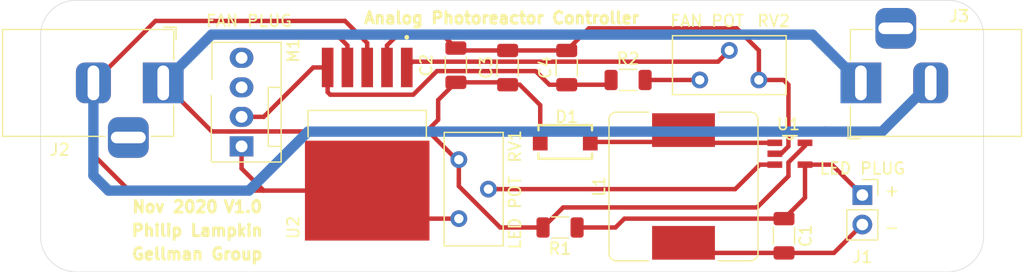
<source format=kicad_pcb>
(kicad_pcb (version 20171130) (host pcbnew "(5.1.8-0-10_14)")

  (general
    (thickness 1.6)
    (drawings 19)
    (tracks 124)
    (zones 0)
    (modules 18)
    (nets 12)
  )

  (page A4)
  (layers
    (0 F.Cu signal)
    (31 B.Cu signal)
    (32 B.Adhes user)
    (33 F.Adhes user)
    (34 B.Paste user)
    (35 F.Paste user)
    (36 B.SilkS user)
    (37 F.SilkS user)
    (38 B.Mask user)
    (39 F.Mask user)
    (40 Dwgs.User user)
    (41 Cmts.User user)
    (42 Eco1.User user)
    (43 Eco2.User user)
    (44 Edge.Cuts user)
    (45 Margin user)
    (46 B.CrtYd user)
    (47 F.CrtYd user)
    (48 B.Fab user)
    (49 F.Fab user hide)
  )

  (setup
    (last_trace_width 0.889)
    (user_trace_width 0.381)
    (user_trace_width 0.889)
    (trace_clearance 0.2)
    (zone_clearance 0.508)
    (zone_45_only no)
    (trace_min 0.2)
    (via_size 0.8)
    (via_drill 0.4)
    (via_min_size 0.4)
    (via_min_drill 0.3)
    (uvia_size 0.3)
    (uvia_drill 0.1)
    (uvias_allowed no)
    (uvia_min_size 0.2)
    (uvia_min_drill 0.1)
    (edge_width 0.05)
    (segment_width 0.2)
    (pcb_text_width 0.3)
    (pcb_text_size 1.5 1.5)
    (mod_edge_width 0.12)
    (mod_text_size 1 1)
    (mod_text_width 0.15)
    (pad_size 1.524 1.524)
    (pad_drill 0.762)
    (pad_to_mask_clearance 0)
    (aux_axis_origin 0 0)
    (visible_elements FFFFFF7F)
    (pcbplotparams
      (layerselection 0x010fc_ffffffff)
      (usegerberextensions false)
      (usegerberattributes true)
      (usegerberadvancedattributes true)
      (creategerberjobfile true)
      (excludeedgelayer true)
      (linewidth 0.100000)
      (plotframeref false)
      (viasonmask false)
      (mode 1)
      (useauxorigin false)
      (hpglpennumber 1)
      (hpglpenspeed 20)
      (hpglpendiameter 15.000000)
      (psnegative false)
      (psa4output false)
      (plotreference true)
      (plotvalue true)
      (plotinvisibletext false)
      (padsonsilk false)
      (subtractmaskfromsilk false)
      (outputformat 1)
      (mirror false)
      (drillshape 0)
      (scaleselection 1)
      (outputdirectory "gerber_prcontroller/"))
  )

  (net 0 "")
  (net 1 GND)
  (net 2 +12V)
  (net 3 "Net-(C1-Pad2)")
  (net 4 "Net-(C1-Pad1)")
  (net 5 "Net-(D1-PadA)")
  (net 6 "Net-(C4-Pad1)")
  (net 7 "Net-(R2-Pad2)")
  (net 8 "Net-(RV1-Pad2)")
  (net 9 "Net-(RV2-Pad2)")
  (net 10 "Net-(M1-Pad4)")
  (net 11 "Net-(M1-Pad3)")

  (net_class Default "This is the default net class."
    (clearance 0.2)
    (trace_width 0.25)
    (via_dia 0.8)
    (via_drill 0.4)
    (uvia_dia 0.3)
    (uvia_drill 0.1)
    (add_net +12V)
    (add_net GND)
    (add_net "Net-(C1-Pad1)")
    (add_net "Net-(C1-Pad2)")
    (add_net "Net-(C4-Pad1)")
    (add_net "Net-(D1-PadA)")
    (add_net "Net-(M1-Pad3)")
    (add_net "Net-(M1-Pad4)")
    (add_net "Net-(R2-Pad2)")
    (add_net "Net-(RV1-Pad2)")
    (add_net "Net-(RV2-Pad2)")
  )

  (module Connector_PinSocket_2.54mm:PinSocket_1x02_P2.54mm_Vertical (layer F.Cu) (tedit 5A19A420) (tstamp 5FB7B70A)
    (at 177.8 125.476)
    (descr "Through hole straight socket strip, 1x02, 2.54mm pitch, single row (from Kicad 4.0.7), script generated")
    (tags "Through hole socket strip THT 1x02 2.54mm single row")
    (path /5FB5EC11)
    (fp_text reference J1 (at 0 5.334) (layer F.SilkS)
      (effects (font (size 1 1) (thickness 0.15)))
    )
    (fp_text value Conn_01x02 (at 0 5.31) (layer F.Fab)
      (effects (font (size 1 1) (thickness 0.15)))
    )
    (fp_text user %R (at 0 1.27 90) (layer F.Fab)
      (effects (font (size 1 1) (thickness 0.15)))
    )
    (fp_line (start -1.27 -1.27) (end 0.635 -1.27) (layer F.Fab) (width 0.1))
    (fp_line (start 0.635 -1.27) (end 1.27 -0.635) (layer F.Fab) (width 0.1))
    (fp_line (start 1.27 -0.635) (end 1.27 3.81) (layer F.Fab) (width 0.1))
    (fp_line (start 1.27 3.81) (end -1.27 3.81) (layer F.Fab) (width 0.1))
    (fp_line (start -1.27 3.81) (end -1.27 -1.27) (layer F.Fab) (width 0.1))
    (fp_line (start -1.33 1.27) (end 1.33 1.27) (layer F.SilkS) (width 0.12))
    (fp_line (start -1.33 1.27) (end -1.33 3.87) (layer F.SilkS) (width 0.12))
    (fp_line (start -1.33 3.87) (end 1.33 3.87) (layer F.SilkS) (width 0.12))
    (fp_line (start 1.33 1.27) (end 1.33 3.87) (layer F.SilkS) (width 0.12))
    (fp_line (start 1.33 -1.33) (end 1.33 0) (layer F.SilkS) (width 0.12))
    (fp_line (start 0 -1.33) (end 1.33 -1.33) (layer F.SilkS) (width 0.12))
    (fp_line (start -1.8 -1.8) (end 1.75 -1.8) (layer F.CrtYd) (width 0.05))
    (fp_line (start 1.75 -1.8) (end 1.75 4.3) (layer F.CrtYd) (width 0.05))
    (fp_line (start 1.75 4.3) (end -1.8 4.3) (layer F.CrtYd) (width 0.05))
    (fp_line (start -1.8 4.3) (end -1.8 -1.8) (layer F.CrtYd) (width 0.05))
    (pad 2 thru_hole oval (at 0 2.54) (size 1.7 1.7) (drill 1) (layers *.Cu *.Mask)
      (net 3 "Net-(C1-Pad2)"))
    (pad 1 thru_hole rect (at 0 0) (size 1.7 1.7) (drill 1) (layers *.Cu *.Mask)
      (net 4 "Net-(C1-Pad1)"))
    (model ${KISYS3DMOD}/Connector_PinSocket_2.54mm.3dshapes/PinSocket_1x02_P2.54mm_Vertical.wrl
      (at (xyz 0 0 0))
      (scale (xyz 1 1 1))
      (rotate (xyz 0 0 0))
    )
  )

  (module MountingHole:MountingHole_2.5mm (layer F.Cu) (tedit 56D1B4CB) (tstamp 5FB6DCEC)
    (at 110.744 128.016)
    (descr "Mounting Hole 2.5mm, no annular")
    (tags "mounting hole 2.5mm no annular")
    (attr virtual)
    (fp_text reference REF** (at 0 -3.5) (layer F.SilkS) hide
      (effects (font (size 1 1) (thickness 0.15)))
    )
    (fp_text value MountingHole_2.5mm (at 0 3.5) (layer F.Fab)
      (effects (font (size 1 1) (thickness 0.15)))
    )
    (fp_circle (center 0 0) (end 2.5 0) (layer Cmts.User) (width 0.15))
    (fp_circle (center 0 0) (end 2.75 0) (layer F.CrtYd) (width 0.05))
    (fp_text user %R (at 0.3 0) (layer F.Fab)
      (effects (font (size 1 1) (thickness 0.15)))
    )
    (pad 1 np_thru_hole circle (at 0 0) (size 2.5 2.5) (drill 2.5) (layers *.Cu *.Mask))
  )

  (module MountingHole:MountingHole_2.5mm (layer F.Cu) (tedit 56D1B4CB) (tstamp 5FB7BBE0)
    (at 184.531 128.27)
    (descr "Mounting Hole 2.5mm, no annular")
    (tags "mounting hole 2.5mm no annular")
    (attr virtual)
    (fp_text reference REF** (at 0 -3.5) (layer F.SilkS) hide
      (effects (font (size 1 1) (thickness 0.15)))
    )
    (fp_text value MountingHole_2.5mm (at 6.604 0.635) (layer F.Fab)
      (effects (font (size 1 1) (thickness 0.15)))
    )
    (fp_circle (center 0 0) (end 2.75 0) (layer F.CrtYd) (width 0.05))
    (fp_circle (center 0 0) (end 2.5 0) (layer Cmts.User) (width 0.15))
    (fp_text user %R (at 0.3 0) (layer F.Fab)
      (effects (font (size 1 1) (thickness 0.15)))
    )
    (pad 1 np_thru_hole circle (at 0 0) (size 2.5 2.5) (drill 2.5) (layers *.Cu *.Mask))
  )

  (module Potentiometer_THT:Potentiometer_Bourns_3296Y_Vertical (layer F.Cu) (tedit 5A3D4994) (tstamp 5FB617C8)
    (at 143.129 122.428 90)
    (descr "Potentiometer, vertical, Bourns 3296Y, https://www.bourns.com/pdfs/3296.pdf")
    (tags "Potentiometer vertical Bourns 3296Y")
    (path /5FB45B96)
    (fp_text reference RV1 (at 1.143 4.826 90) (layer F.SilkS)
      (effects (font (size 1 1) (thickness 0.15)))
    )
    (fp_text value 100KOhm (at -2.54 4.94 90) (layer F.Fab)
      (effects (font (size 1 1) (thickness 0.15)))
    )
    (fp_circle (center 0.955 2.42) (end 2.05 2.42) (layer F.Fab) (width 0.1))
    (fp_line (start -7.305 -1.14) (end -7.305 3.69) (layer F.Fab) (width 0.1))
    (fp_line (start -7.305 3.69) (end 2.225 3.69) (layer F.Fab) (width 0.1))
    (fp_line (start 2.225 3.69) (end 2.225 -1.14) (layer F.Fab) (width 0.1))
    (fp_line (start 2.225 -1.14) (end -7.305 -1.14) (layer F.Fab) (width 0.1))
    (fp_line (start 0.955 3.505) (end 0.956 1.336) (layer F.Fab) (width 0.1))
    (fp_line (start 0.955 3.505) (end 0.956 1.336) (layer F.Fab) (width 0.1))
    (fp_line (start -7.425 -1.26) (end 2.345 -1.26) (layer F.SilkS) (width 0.12))
    (fp_line (start -7.425 3.81) (end 2.345 3.81) (layer F.SilkS) (width 0.12))
    (fp_line (start -7.425 -1.26) (end -7.425 3.81) (layer F.SilkS) (width 0.12))
    (fp_line (start 2.345 -1.26) (end 2.345 3.81) (layer F.SilkS) (width 0.12))
    (fp_line (start -7.6 -1.4) (end -7.6 3.95) (layer F.CrtYd) (width 0.05))
    (fp_line (start -7.6 3.95) (end 2.5 3.95) (layer F.CrtYd) (width 0.05))
    (fp_line (start 2.5 3.95) (end 2.5 -1.4) (layer F.CrtYd) (width 0.05))
    (fp_line (start 2.5 -1.4) (end -7.6 -1.4) (layer F.CrtYd) (width 0.05))
    (fp_text user %R (at -3.175 1.275 90) (layer F.Fab)
      (effects (font (size 1 1) (thickness 0.15)))
    )
    (pad 3 thru_hole circle (at -5.08 0 90) (size 1.44 1.44) (drill 0.8) (layers *.Cu *.Mask)
      (net 1 GND))
    (pad 2 thru_hole circle (at -2.54 2.54 90) (size 1.44 1.44) (drill 0.8) (layers *.Cu *.Mask)
      (net 8 "Net-(RV1-Pad2)"))
    (pad 1 thru_hole circle (at 0 0 90) (size 1.44 1.44) (drill 0.8) (layers *.Cu *.Mask)
      (net 2 +12V))
    (model ${KISYS3DMOD}/Potentiometer_THT.3dshapes/Potentiometer_Bourns_3296Y_Vertical.wrl
      (at (xyz 0 0 0))
      (scale (xyz 1 1 1))
      (rotate (xyz 0 0 0))
    )
  )

  (module Potentiometer_THT:Potentiometer_Bourns_3296Y_Vertical (layer F.Cu) (tedit 5A3D4994) (tstamp 5FB6CE5F)
    (at 163.83 115.57 180)
    (descr "Potentiometer, vertical, Bourns 3296Y, https://www.bourns.com/pdfs/3296.pdf")
    (tags "Potentiometer vertical Bourns 3296Y")
    (path /5FBEDC0F)
    (fp_text reference RV2 (at -6.35 5.08) (layer F.SilkS)
      (effects (font (size 1 1) (thickness 0.15)))
    )
    (fp_text value 5kOhm1 (at -2.54 4.94) (layer F.Fab)
      (effects (font (size 1 1) (thickness 0.15)))
    )
    (fp_circle (center 0.955 2.42) (end 2.05 2.42) (layer F.Fab) (width 0.1))
    (fp_line (start -7.305 -1.14) (end -7.305 3.69) (layer F.Fab) (width 0.1))
    (fp_line (start -7.305 3.69) (end 2.225 3.69) (layer F.Fab) (width 0.1))
    (fp_line (start 2.225 3.69) (end 2.225 -1.14) (layer F.Fab) (width 0.1))
    (fp_line (start 2.225 -1.14) (end -7.305 -1.14) (layer F.Fab) (width 0.1))
    (fp_line (start 0.955 3.505) (end 0.956 1.336) (layer F.Fab) (width 0.1))
    (fp_line (start 0.955 3.505) (end 0.956 1.336) (layer F.Fab) (width 0.1))
    (fp_line (start -7.425 -1.26) (end 2.345 -1.26) (layer F.SilkS) (width 0.12))
    (fp_line (start -7.425 3.81) (end 2.345 3.81) (layer F.SilkS) (width 0.12))
    (fp_line (start -7.425 -1.26) (end -7.425 3.81) (layer F.SilkS) (width 0.12))
    (fp_line (start 2.345 -1.26) (end 2.345 3.81) (layer F.SilkS) (width 0.12))
    (fp_line (start -7.6 -1.4) (end -7.6 3.95) (layer F.CrtYd) (width 0.05))
    (fp_line (start -7.6 3.95) (end 2.5 3.95) (layer F.CrtYd) (width 0.05))
    (fp_line (start 2.5 3.95) (end 2.5 -1.4) (layer F.CrtYd) (width 0.05))
    (fp_line (start 2.5 -1.4) (end -7.6 -1.4) (layer F.CrtYd) (width 0.05))
    (fp_text user %R (at -3.175 1.275) (layer F.Fab)
      (effects (font (size 1 1) (thickness 0.15)))
    )
    (pad 3 thru_hole circle (at -5.08 0 180) (size 1.44 1.44) (drill 0.8) (layers *.Cu *.Mask)
      (net 1 GND))
    (pad 2 thru_hole circle (at -2.54 2.54 180) (size 1.44 1.44) (drill 0.8) (layers *.Cu *.Mask)
      (net 9 "Net-(RV2-Pad2)"))
    (pad 1 thru_hole circle (at 0 0 180) (size 1.44 1.44) (drill 0.8) (layers *.Cu *.Mask)
      (net 7 "Net-(R2-Pad2)"))
    (model ${KISYS3DMOD}/Potentiometer_THT.3dshapes/Potentiometer_Bourns_3296Y_Vertical.wrl
      (at (xyz 0 0 0))
      (scale (xyz 1 1 1))
      (rotate (xyz 0 0 0))
    )
  )

  (module Connector_BarrelJack:BarrelJack_Horizontal (layer F.Cu) (tedit 5A1DBF6A) (tstamp 5FB63A1A)
    (at 117.729 115.824)
    (descr "DC Barrel Jack")
    (tags "Power Jack")
    (path /5FB80D0D)
    (fp_text reference J2 (at -8.89 5.75) (layer F.SilkS)
      (effects (font (size 1 1) (thickness 0.15)))
    )
    (fp_text value Barrel_Jack (at -6.2 -5.5) (layer F.Fab)
      (effects (font (size 1 1) (thickness 0.15)))
    )
    (fp_line (start 0 -4.5) (end -13.7 -4.5) (layer F.Fab) (width 0.1))
    (fp_line (start 0.8 4.5) (end 0.8 -3.75) (layer F.Fab) (width 0.1))
    (fp_line (start -13.7 4.5) (end 0.8 4.5) (layer F.Fab) (width 0.1))
    (fp_line (start -13.7 -4.5) (end -13.7 4.5) (layer F.Fab) (width 0.1))
    (fp_line (start -10.2 -4.5) (end -10.2 4.5) (layer F.Fab) (width 0.1))
    (fp_line (start 0.9 -4.6) (end 0.9 -2) (layer F.SilkS) (width 0.12))
    (fp_line (start -13.8 -4.6) (end 0.9 -4.6) (layer F.SilkS) (width 0.12))
    (fp_line (start 0.9 4.6) (end -1 4.6) (layer F.SilkS) (width 0.12))
    (fp_line (start 0.9 1.9) (end 0.9 4.6) (layer F.SilkS) (width 0.12))
    (fp_line (start -13.8 4.6) (end -13.8 -4.6) (layer F.SilkS) (width 0.12))
    (fp_line (start -5 4.6) (end -13.8 4.6) (layer F.SilkS) (width 0.12))
    (fp_line (start -14 4.75) (end -14 -4.75) (layer F.CrtYd) (width 0.05))
    (fp_line (start -5 4.75) (end -14 4.75) (layer F.CrtYd) (width 0.05))
    (fp_line (start -5 6.75) (end -5 4.75) (layer F.CrtYd) (width 0.05))
    (fp_line (start -1 6.75) (end -5 6.75) (layer F.CrtYd) (width 0.05))
    (fp_line (start -1 4.75) (end -1 6.75) (layer F.CrtYd) (width 0.05))
    (fp_line (start 1 4.75) (end -1 4.75) (layer F.CrtYd) (width 0.05))
    (fp_line (start 1 2) (end 1 4.75) (layer F.CrtYd) (width 0.05))
    (fp_line (start 2 2) (end 1 2) (layer F.CrtYd) (width 0.05))
    (fp_line (start 2 -2) (end 2 2) (layer F.CrtYd) (width 0.05))
    (fp_line (start 1 -2) (end 2 -2) (layer F.CrtYd) (width 0.05))
    (fp_line (start 1 -4.5) (end 1 -2) (layer F.CrtYd) (width 0.05))
    (fp_line (start 1 -4.75) (end -14 -4.75) (layer F.CrtYd) (width 0.05))
    (fp_line (start 1 -4.5) (end 1 -4.75) (layer F.CrtYd) (width 0.05))
    (fp_line (start 0.05 -4.8) (end 1.1 -4.8) (layer F.SilkS) (width 0.12))
    (fp_line (start 1.1 -3.75) (end 1.1 -4.8) (layer F.SilkS) (width 0.12))
    (fp_line (start -0.003213 -4.505425) (end 0.8 -3.75) (layer F.Fab) (width 0.1))
    (fp_text user %R (at -3 -2.95) (layer F.Fab)
      (effects (font (size 1 1) (thickness 0.15)))
    )
    (pad 1 thru_hole rect (at 0 0) (size 3.5 3.5) (drill oval 1 3) (layers *.Cu *.Mask)
      (net 2 +12V))
    (pad 2 thru_hole roundrect (at -6 0) (size 3 3.5) (drill oval 1 3) (layers *.Cu *.Mask) (roundrect_rratio 0.25)
      (net 1 GND))
    (pad 3 thru_hole roundrect (at -3 4.7) (size 3.5 3.5) (drill oval 3 1) (layers *.Cu *.Mask) (roundrect_rratio 0.25))
    (model ${KISYS3DMOD}/Connector_BarrelJack.3dshapes/BarrelJack_Horizontal.wrl
      (at (xyz 0 0 0))
      (scale (xyz 1 1 1))
      (rotate (xyz 0 0 0))
    )
  )

  (module AL8805W5-7:SOT95P280X130-5N (layer F.Cu) (tedit 5FB3E94D) (tstamp 5FB615C7)
    (at 171.577 121.92)
    (path /5FB3F213)
    (fp_text reference U1 (at -0.127 -2.54) (layer F.SilkS)
      (effects (font (size 1 1) (thickness 0.15)))
    )
    (fp_text value AL8805W5-7 (at 0.508 -2.54) (layer F.Fab)
      (effects (font (size 1 1) (thickness 0.15)))
    )
    (fp_line (start 0.6096 -1.5494) (end 0.3048 -1.5494) (layer F.SilkS) (width 0.1524))
    (fp_line (start 0.3048 -1.5494) (end -0.3048 -1.5494) (layer F.SilkS) (width 0.1524))
    (fp_line (start -0.3048 -1.5494) (end -0.6096 -1.5494) (layer F.SilkS) (width 0.1524))
    (fp_line (start -0.8382 1.5494) (end 0.8382 1.5494) (layer F.Fab) (width 0.1))
    (fp_line (start 0.8382 1.5494) (end 0.8382 1.1938) (layer F.Fab) (width 0.1))
    (fp_line (start 0.8382 1.1938) (end 0.8382 0.7112) (layer F.Fab) (width 0.1))
    (fp_line (start 0.8382 0.7112) (end 0.8382 -0.7112) (layer F.Fab) (width 0.1))
    (fp_line (start 0.8382 -1.5494) (end 0.3048 -1.5494) (layer F.Fab) (width 0.1))
    (fp_line (start 0.3048 -1.5494) (end -0.3048 -1.5494) (layer F.Fab) (width 0.1))
    (fp_line (start -0.3048 -1.5494) (end -0.8382 -1.5494) (layer F.Fab) (width 0.1))
    (fp_line (start -0.8382 -1.5494) (end -0.8382 -1.1938) (layer F.Fab) (width 0.1))
    (fp_line (start -0.8382 -1.1938) (end -0.8382 -0.7112) (layer F.Fab) (width 0.1))
    (fp_line (start -0.8382 -0.7112) (end -0.8382 -0.254) (layer F.Fab) (width 0.1))
    (fp_line (start -0.8382 -0.254) (end -0.8382 0.254) (layer F.Fab) (width 0.1))
    (fp_line (start -0.8382 0.254) (end -0.8382 0.7112) (layer F.Fab) (width 0.1))
    (fp_line (start -0.8382 -1.1938) (end -1.4986 -1.1938) (layer F.Fab) (width 0.1))
    (fp_line (start -1.4986 -1.1938) (end -1.4986 -0.7112) (layer F.Fab) (width 0.1))
    (fp_line (start -1.4986 -0.7112) (end -0.8382 -0.7112) (layer F.Fab) (width 0.1))
    (fp_line (start -0.8382 -0.254) (end -1.4986 -0.254) (layer F.Fab) (width 0.1))
    (fp_line (start -1.4986 -0.254) (end -1.4986 0.254) (layer F.Fab) (width 0.1))
    (fp_line (start -1.4986 0.254) (end -0.8382 0.254) (layer F.Fab) (width 0.1))
    (fp_line (start -0.8382 1.5494) (end -0.8382 1.1938) (layer F.Fab) (width 0.1))
    (fp_line (start -0.8382 1.1938) (end -0.8382 0.7112) (layer F.Fab) (width 0.1))
    (fp_line (start -0.8382 0.7112) (end -1.4986 0.7112) (layer F.Fab) (width 0.1))
    (fp_line (start -1.4986 0.7112) (end -1.4986 1.1938) (layer F.Fab) (width 0.1))
    (fp_line (start -1.4986 1.1938) (end -0.8382 1.1938) (layer F.Fab) (width 0.1))
    (fp_line (start 0.8382 1.1938) (end 1.4986 1.1938) (layer F.Fab) (width 0.1))
    (fp_line (start 1.4986 1.1938) (end 1.4986 0.7112) (layer F.Fab) (width 0.1))
    (fp_line (start 1.4986 0.7112) (end 0.8382 0.7112) (layer F.Fab) (width 0.1))
    (fp_line (start 0.8382 -1.5494) (end 0.8382 -1.1938) (layer F.Fab) (width 0.1))
    (fp_line (start 0.8382 -1.1938) (end 0.8382 -0.7112) (layer F.Fab) (width 0.1))
    (fp_line (start 0.8382 -0.7112) (end 1.4986 -0.7112) (layer F.Fab) (width 0.1))
    (fp_line (start 1.4986 -0.7112) (end 1.4986 -1.1938) (layer F.Fab) (width 0.1))
    (fp_line (start 1.4986 -1.1938) (end 0.8382 -1.1938) (layer F.Fab) (width 0.1))
    (fp_arc (start 0 -1.5494) (end -0.3048 -1.5494) (angle -180) (layer F.Fab) (width 0.1))
    (fp_arc (start 0 -1.5494) (end -0.3048 -1.5494) (angle -180) (layer F.SilkS) (width 0.1524))
    (pad 5 smd rect (at 1.2954 -0.9398) (size 1.27 0.5588) (layers F.Cu F.Paste F.Mask)
      (net 2 +12V))
    (pad 4 smd rect (at 1.2954 0.9398) (size 1.27 0.5588) (layers F.Cu F.Paste F.Mask)
      (net 4 "Net-(C1-Pad1)"))
    (pad 3 smd rect (at -1.2954 0.9398) (size 1.27 0.5588) (layers F.Cu F.Paste F.Mask)
      (net 8 "Net-(RV1-Pad2)"))
    (pad 2 smd rect (at -1.2954 0) (size 1.27 0.5588) (layers F.Cu F.Paste F.Mask)
      (net 1 GND))
    (pad 1 smd rect (at -1.2954 -0.9398) (size 1.27 0.5588) (layers F.Cu F.Paste F.Mask)
      (net 5 "Net-(D1-PadA)"))
  )

  (module Connector:FanPinHeader_1x04_P2.54mm_Vertical (layer F.Cu) (tedit 5A19DE55) (tstamp 5FB60BEC)
    (at 124.46 121.285 90)
    (descr "4-pin CPU fan Through hole pin header, e.g. for Wieson part number 2366C888-007 Molex 47053-1000, Foxconn HF27040-M1, Tyco 1470947-1 or equivalent, see http://www.formfactors.org/developer%5Cspecs%5Crev1_2_public.pdf")
    (tags "pin header 4-pin CPU fan")
    (path /5FBC518A)
    (fp_text reference M1 (at 8.255 4.445 90) (layer F.SilkS)
      (effects (font (size 1 1) (thickness 0.15)))
    )
    (fp_text value Fan_4pin (at 4.05 4.35 90) (layer F.Fab)
      (effects (font (size 1 1) (thickness 0.15)))
    )
    (fp_line (start -1.35 -2.6) (end 4.4 -2.6) (layer F.SilkS) (width 0.12))
    (fp_line (start 5.75 -2.55) (end 8.95 -2.55) (layer F.SilkS) (width 0.12))
    (fp_line (start 8.95 -2.55) (end 8.95 3.4) (layer F.SilkS) (width 0.12))
    (fp_line (start 8.95 3.4) (end -1.35 3.4) (layer F.SilkS) (width 0.12))
    (fp_line (start -1.35 3.4) (end -1.35 -2.6) (layer F.SilkS) (width 0.12))
    (fp_line (start 5.1 3.3) (end 5.1 2.3) (layer F.Fab) (width 0.1))
    (fp_line (start 5.1 2.3) (end 0 2.3) (layer F.Fab) (width 0.1))
    (fp_line (start 0 2.3) (end 0 3.3) (layer F.Fab) (width 0.1))
    (fp_line (start 5.75 -2.5) (end 8.85 -2.5) (layer F.Fab) (width 0.1))
    (fp_line (start 8.85 -2.5) (end 8.85 3.3) (layer F.Fab) (width 0.1))
    (fp_line (start 8.85 3.3) (end -1.2 3.3) (layer F.Fab) (width 0.1))
    (fp_line (start -1.2 3.3) (end -1.25 3.3) (layer F.Fab) (width 0.1))
    (fp_line (start -1.25 3.3) (end -1.25 -2.5) (layer F.Fab) (width 0.1))
    (fp_line (start -1.25 -2.5) (end 4.4 -2.5) (layer F.Fab) (width 0.1))
    (fp_line (start 0 3.3) (end 0 2.29) (layer F.SilkS) (width 0.12))
    (fp_line (start 0 2.29) (end 5.08 2.29) (layer F.SilkS) (width 0.12))
    (fp_line (start 5.08 2.29) (end 5.08 3.3) (layer F.SilkS) (width 0.12))
    (fp_line (start -1.75 3.8) (end -1.75 -3.2) (layer F.CrtYd) (width 0.05))
    (fp_line (start -1.75 3.8) (end 9.35 3.8) (layer F.CrtYd) (width 0.05))
    (fp_line (start 9.35 -3.2) (end -1.75 -3.2) (layer F.CrtYd) (width 0.05))
    (fp_line (start 9.35 -3.2) (end 9.35 3.8) (layer F.CrtYd) (width 0.05))
    (fp_text user %R (at 1.85 -1.75 90) (layer F.Fab)
      (effects (font (size 1 1) (thickness 0.15)))
    )
    (pad "" np_thru_hole circle (at 5.08 -2.16 180) (size 1.1 1.1) (drill 1.1) (layers *.Cu *.Mask))
    (pad 4 thru_hole oval (at 7.62 0 180) (size 2.03 1.73) (drill 1.02) (layers *.Cu *.Mask)
      (net 10 "Net-(M1-Pad4)"))
    (pad 3 thru_hole oval (at 5.08 0 180) (size 2.03 1.73) (drill 1.02) (layers *.Cu *.Mask)
      (net 11 "Net-(M1-Pad3)"))
    (pad 2 thru_hole oval (at 2.54 0 180) (size 2.03 1.73) (drill 1.02) (layers *.Cu *.Mask)
      (net 6 "Net-(C4-Pad1)"))
    (pad 1 thru_hole rect (at 0 0 180) (size 2.03 1.73) (drill 1.02) (layers *.Cu *.Mask)
      (net 1 GND))
    (model ${KISYS3DMOD}/Connector.3dshapes/FanPinHeader_1x04_P2.54mm_Vertical.wrl
      (at (xyz 0 0 0))
      (scale (xyz 1 1 1))
      (rotate (xyz 0 0 0))
    )
  )

  (module Resistor_SMD:R_1206_3216Metric (layer F.Cu) (tedit 5F68FEEE) (tstamp 5FB5AF00)
    (at 157.6725 115.57)
    (descr "Resistor SMD 1206 (3216 Metric), square (rectangular) end terminal, IPC_7351 nominal, (Body size source: IPC-SM-782 page 72, https://www.pcb-3d.com/wordpress/wp-content/uploads/ipc-sm-782a_amendment_1_and_2.pdf), generated with kicad-footprint-generator")
    (tags resistor)
    (path /5FBDADF1)
    (attr smd)
    (fp_text reference R2 (at 0 -1.82) (layer F.SilkS)
      (effects (font (size 1 1) (thickness 0.15)))
    )
    (fp_text value 8KOhm (at 0 1.82) (layer F.Fab)
      (effects (font (size 1 1) (thickness 0.15)))
    )
    (fp_line (start 2.28 1.12) (end -2.28 1.12) (layer F.CrtYd) (width 0.05))
    (fp_line (start 2.28 -1.12) (end 2.28 1.12) (layer F.CrtYd) (width 0.05))
    (fp_line (start -2.28 -1.12) (end 2.28 -1.12) (layer F.CrtYd) (width 0.05))
    (fp_line (start -2.28 1.12) (end -2.28 -1.12) (layer F.CrtYd) (width 0.05))
    (fp_line (start -0.727064 0.91) (end 0.727064 0.91) (layer F.SilkS) (width 0.12))
    (fp_line (start -0.727064 -0.91) (end 0.727064 -0.91) (layer F.SilkS) (width 0.12))
    (fp_line (start 1.6 0.8) (end -1.6 0.8) (layer F.Fab) (width 0.1))
    (fp_line (start 1.6 -0.8) (end 1.6 0.8) (layer F.Fab) (width 0.1))
    (fp_line (start -1.6 -0.8) (end 1.6 -0.8) (layer F.Fab) (width 0.1))
    (fp_line (start -1.6 0.8) (end -1.6 -0.8) (layer F.Fab) (width 0.1))
    (fp_text user %R (at 0 0) (layer F.Fab)
      (effects (font (size 0.8 0.8) (thickness 0.12)))
    )
    (pad 1 smd roundrect (at -1.4625 0) (size 1.125 1.75) (layers F.Cu F.Paste F.Mask) (roundrect_rratio 0.2222204444444444)
      (net 6 "Net-(C4-Pad1)"))
    (pad 2 smd roundrect (at 1.4625 0) (size 1.125 1.75) (layers F.Cu F.Paste F.Mask) (roundrect_rratio 0.2222204444444444)
      (net 7 "Net-(R2-Pad2)"))
    (model ${KISYS3DMOD}/Resistor_SMD.3dshapes/R_1206_3216Metric.wrl
      (at (xyz 0 0 0))
      (scale (xyz 1 1 1))
      (rotate (xyz 0 0 0))
    )
  )

  (module LM2941S:VREG_TPS79625KTTR (layer F.Cu) (tedit 5FB40B7B) (tstamp 5FB653F4)
    (at 135.255 125.095 270)
    (path /5FBD435C)
    (fp_text reference U2 (at 3.175 6.35 90) (layer F.SilkS)
      (effects (font (size 1 1) (thickness 0.15)))
    )
    (fp_text value LM2941S (at 5.715 2.54 180) (layer F.Fab)
      (effects (font (size 1 1) (thickness 0.15)))
    )
    (fp_circle (center -13.2 -3.4) (end -13.1 -3.4) (layer F.SilkS) (width 0.2))
    (fp_circle (center -13.2 -3.4) (end -13.1 -3.4) (layer F.Fab) (width 0.2))
    (fp_line (start -6.905 -5.08) (end -6.905 5.08) (layer F.Fab) (width 0.127))
    (fp_line (start -6.905 5.08) (end 2.02 5.08) (layer F.Fab) (width 0.127))
    (fp_line (start 2.02 5.08) (end 2.02 -5.08) (layer F.Fab) (width 0.127))
    (fp_line (start 2.02 -5.08) (end -6.905 -5.08) (layer F.Fab) (width 0.127))
    (fp_line (start -4.62 -5.08) (end -6.905 -5.08) (layer F.SilkS) (width 0.127))
    (fp_line (start -6.905 -5.08) (end -6.905 5.08) (layer F.SilkS) (width 0.127))
    (fp_line (start -6.905 5.08) (end -4.62 5.08) (layer F.SilkS) (width 0.127))
    (fp_line (start -12.55 4.15) (end -7.155 4.15) (layer F.CrtYd) (width 0.05))
    (fp_line (start -7.155 4.15) (end -7.155 5.6) (layer F.CrtYd) (width 0.05))
    (fp_line (start -7.155 5.6) (end 4.55 5.6) (layer F.CrtYd) (width 0.05))
    (fp_line (start 4.55 5.6) (end 4.55 -5.6) (layer F.CrtYd) (width 0.05))
    (fp_line (start 4.55 -5.6) (end -7.155 -5.6) (layer F.CrtYd) (width 0.05))
    (fp_line (start -7.155 -5.6) (end -7.155 -4.15) (layer F.CrtYd) (width 0.05))
    (fp_line (start -7.155 -4.15) (end -12.55 -4.15) (layer F.CrtYd) (width 0.05))
    (fp_line (start -12.55 -4.15) (end -12.55 4.15) (layer F.CrtYd) (width 0.05))
    (fp_poly (pts (xy -4.25 -5.3) (xy 4.25 -5.3) (xy 4.25 5.3) (xy -4.25 5.3)) (layer F.Paste) (width 0.01))
    (fp_poly (pts (xy -12.25 -0.45) (xy -8.95 -0.45) (xy -8.95 0.45) (xy -12.25 0.45)) (layer F.Paste) (width 0.01))
    (fp_poly (pts (xy -12.25 -2.15) (xy -8.95 -2.15) (xy -8.95 -1.25) (xy -12.25 -1.25)) (layer F.Paste) (width 0.01))
    (fp_poly (pts (xy -12.25 -3.85) (xy -8.95 -3.85) (xy -8.95 -2.95) (xy -12.25 -2.95)) (layer F.Paste) (width 0.01))
    (fp_poly (pts (xy -12.25 1.25) (xy -8.95 1.25) (xy -8.95 2.15) (xy -12.25 2.15)) (layer F.Paste) (width 0.01))
    (fp_poly (pts (xy -12.25 2.95) (xy -8.95 2.95) (xy -8.95 3.85) (xy -12.25 3.85)) (layer F.Paste) (width 0.01))
    (fp_poly (pts (xy -4.37 -5.42) (xy 4.37 -5.42) (xy 4.37 5.42) (xy -4.37 5.42)) (layer F.Mask) (width 0.01))
    (fp_poly (pts (xy -12.37 -0.57) (xy -8.83 -0.57) (xy -8.83 0.57) (xy -12.37 0.57)) (layer F.Mask) (width 0.01))
    (fp_poly (pts (xy -12.37 -2.27) (xy -8.83 -2.27) (xy -8.83 -1.13) (xy -12.37 -1.13)) (layer F.Mask) (width 0.01))
    (fp_poly (pts (xy -12.37 -3.97) (xy -8.83 -3.97) (xy -8.83 -2.83) (xy -12.37 -2.83)) (layer F.Mask) (width 0.01))
    (fp_poly (pts (xy -12.37 1.13) (xy -8.83 1.13) (xy -8.83 2.27) (xy -12.37 2.27)) (layer F.Mask) (width 0.01))
    (fp_poly (pts (xy -12.37 2.83) (xy -8.83 2.83) (xy -8.83 3.97) (xy -12.37 3.97)) (layer F.Mask) (width 0.01))
    (pad 6 smd rect (at 0 0 270) (size 8.6 10.7) (layers F.Cu)
      (net 1 GND))
    (pad 5 smd rect (at -10.6 3.4 270) (size 3.4 1) (layers F.Cu)
      (net 6 "Net-(C4-Pad1)"))
    (pad 4 smd rect (at -10.6 1.7 270) (size 3.4 1) (layers F.Cu)
      (net 2 +12V))
    (pad 3 smd rect (at -10.6 0 270) (size 3.4 1) (layers F.Cu)
      (net 1 GND))
    (pad 2 smd rect (at -10.6 -1.7 270) (size 3.4 1) (layers F.Cu)
      (net 1 GND))
    (pad 1 smd rect (at -10.6 -3.4 270) (size 3.4 1) (layers F.Cu)
      (net 9 "Net-(RV2-Pad2)"))
  )

  (module Resistor_SMD:R_1206_3216Metric (layer F.Cu) (tedit 5F68FEEE) (tstamp 5FB62393)
    (at 151.8265 128.27 180)
    (descr "Resistor SMD 1206 (3216 Metric), square (rectangular) end terminal, IPC_7351 nominal, (Body size source: IPC-SM-782 page 72, https://www.pcb-3d.com/wordpress/wp-content/uploads/ipc-sm-782a_amendment_1_and_2.pdf), generated with kicad-footprint-generator")
    (tags resistor)
    (path /5FB42B17)
    (attr smd)
    (fp_text reference R1 (at 0 -1.82) (layer F.SilkS)
      (effects (font (size 1 1) (thickness 0.15)))
    )
    (fp_text value 0.3R (at 0 1.82) (layer F.Fab)
      (effects (font (size 1 1) (thickness 0.15)))
    )
    (fp_line (start -1.6 0.8) (end -1.6 -0.8) (layer F.Fab) (width 0.1))
    (fp_line (start -1.6 -0.8) (end 1.6 -0.8) (layer F.Fab) (width 0.1))
    (fp_line (start 1.6 -0.8) (end 1.6 0.8) (layer F.Fab) (width 0.1))
    (fp_line (start 1.6 0.8) (end -1.6 0.8) (layer F.Fab) (width 0.1))
    (fp_line (start -0.727064 -0.91) (end 0.727064 -0.91) (layer F.SilkS) (width 0.12))
    (fp_line (start -0.727064 0.91) (end 0.727064 0.91) (layer F.SilkS) (width 0.12))
    (fp_line (start -2.28 1.12) (end -2.28 -1.12) (layer F.CrtYd) (width 0.05))
    (fp_line (start -2.28 -1.12) (end 2.28 -1.12) (layer F.CrtYd) (width 0.05))
    (fp_line (start 2.28 -1.12) (end 2.28 1.12) (layer F.CrtYd) (width 0.05))
    (fp_line (start 2.28 1.12) (end -2.28 1.12) (layer F.CrtYd) (width 0.05))
    (fp_text user %R (at 0 0 180) (layer F.Fab)
      (effects (font (size 0.8 0.8) (thickness 0.12)))
    )
    (pad 2 smd roundrect (at 1.4625 0 180) (size 1.125 1.75) (layers F.Cu F.Paste F.Mask) (roundrect_rratio 0.2222204444444444)
      (net 2 +12V))
    (pad 1 smd roundrect (at -1.4625 0 180) (size 1.125 1.75) (layers F.Cu F.Paste F.Mask) (roundrect_rratio 0.2222204444444444)
      (net 4 "Net-(C1-Pad1)"))
    (model ${KISYS3DMOD}/Resistor_SMD.3dshapes/R_1206_3216Metric.wrl
      (at (xyz 0 0 0))
      (scale (xyz 1 1 1))
      (rotate (xyz 0 0 0))
    )
  )

  (module Inductor_SMD:L_Bourns_SRR1260 (layer F.Cu) (tedit 5A71B056) (tstamp 5FB7BDF8)
    (at 162.433 124.738 90)
    (descr "Bourns SRR1260 series SMD inductor http://www.bourns.com/docs/Product-Datasheets/SRR1260.pdf")
    (tags "Bourns SRR1260 SMD inductor")
    (path /5FB579E7)
    (attr smd)
    (fp_text reference L1 (at 0 -7.25 90) (layer F.SilkS)
      (effects (font (size 1 1) (thickness 0.15)))
    )
    (fp_text value 33uH (at 0 7.4 90) (layer F.Fab)
      (effects (font (size 1 1) (thickness 0.15)))
    )
    (fp_circle (center 0 0) (end 0 -5.6) (layer F.Fab) (width 0.1))
    (fp_line (start -5.75 -6.25) (end 5.75 -6.25) (layer F.Fab) (width 0.1))
    (fp_line (start -4 2) (end -4 -2) (layer F.Fab) (width 0.1))
    (fp_line (start -6.25 -5.75) (end -6.25 5.75) (layer F.Fab) (width 0.1))
    (fp_line (start 5.75 6.25) (end -5.75 6.25) (layer F.Fab) (width 0.1))
    (fp_line (start 6.25 -5.75) (end 6.25 5.75) (layer F.Fab) (width 0.1))
    (fp_line (start 4 -2) (end 4 2) (layer F.Fab) (width 0.1))
    (fp_line (start -5.75 -6.4) (end 5.75 -6.4) (layer F.SilkS) (width 0.12))
    (fp_line (start -6.4 -5.75) (end -6.4 -3) (layer F.SilkS) (width 0.12))
    (fp_line (start 5.75 6.4) (end -5.75 6.4) (layer F.SilkS) (width 0.12))
    (fp_line (start 6.4 -5.75) (end 6.4 -3) (layer F.SilkS) (width 0.12))
    (fp_line (start -5.75 -6.5) (end 5.75 -6.5) (layer F.CrtYd) (width 0.05))
    (fp_line (start -6.5 5.75) (end -6.5 -5.75) (layer F.CrtYd) (width 0.05))
    (fp_line (start 5.75 6.5) (end -5.75 6.5) (layer F.CrtYd) (width 0.05))
    (fp_line (start 6.5 -5.75) (end 6.5 5.75) (layer F.CrtYd) (width 0.05))
    (fp_line (start -6.4 3) (end -6.4 5.75) (layer F.SilkS) (width 0.12))
    (fp_line (start 6.4 3) (end 6.4 5.75) (layer F.SilkS) (width 0.12))
    (fp_arc (start 5.75 -5.75) (end 6.5 -5.75) (angle -90) (layer F.CrtYd) (width 0.05))
    (fp_arc (start 5.75 5.75) (end 5.75 6.5) (angle -90) (layer F.CrtYd) (width 0.05))
    (fp_arc (start -5.75 5.75) (end -6.5 5.75) (angle -90) (layer F.CrtYd) (width 0.05))
    (fp_arc (start -5.75 -5.75) (end -5.75 -6.5) (angle -90) (layer F.CrtYd) (width 0.05))
    (fp_arc (start 5.75 -5.75) (end 6.4 -5.75) (angle -90) (layer F.SilkS) (width 0.12))
    (fp_arc (start 5.75 5.75) (end 5.75 6.4) (angle -90) (layer F.SilkS) (width 0.12))
    (fp_arc (start -5.75 5.75) (end -6.4 5.75) (angle -90) (layer F.SilkS) (width 0.12))
    (fp_arc (start -5.75 -5.75) (end -5.75 -6.4) (angle -90) (layer F.SilkS) (width 0.12))
    (fp_arc (start -5.75 5.75) (end -6.25 5.75) (angle -90) (layer F.Fab) (width 0.1))
    (fp_arc (start 5.75 5.75) (end 5.75 6.25) (angle -90) (layer F.Fab) (width 0.1))
    (fp_arc (start 5.75 -5.75) (end 6.25 -5.75) (angle -90) (layer F.Fab) (width 0.1))
    (fp_arc (start -5.75 -5.75) (end -5.75 -6.25) (angle -90) (layer F.Fab) (width 0.1))
    (pad 1 smd rect (at -4.85 0 90) (size 2.9 5.4) (layers F.Cu F.Paste F.Mask)
      (net 3 "Net-(C1-Pad2)"))
    (pad 2 smd rect (at 4.85 0 90) (size 2.9 5.4) (layers F.Cu F.Paste F.Mask)
      (net 5 "Net-(D1-PadA)"))
    (model ${KISYS3DMOD}/Inductor_SMD.3dshapes/L_Bourns_SRR1260.wrl
      (at (xyz 0 0 0))
      (scale (xyz 1 1 1))
      (rotate (xyz 0 0 0))
    )
  )

  (module Connector_BarrelJack:BarrelJack_Horizontal (layer F.Cu) (tedit 5A1DBF6A) (tstamp 5FB7BA39)
    (at 177.673 115.824 180)
    (descr "DC Barrel Jack")
    (tags "Power Jack")
    (path /5FB7F0B4)
    (fp_text reference J3 (at -8.45 5.75) (layer F.SilkS)
      (effects (font (size 1 1) (thickness 0.15)))
    )
    (fp_text value Barrel_Jack (at -6.2 -5.5) (layer F.Fab)
      (effects (font (size 1 1) (thickness 0.15)))
    )
    (fp_line (start 0 -4.5) (end -13.7 -4.5) (layer F.Fab) (width 0.1))
    (fp_line (start 0.8 4.5) (end 0.8 -3.75) (layer F.Fab) (width 0.1))
    (fp_line (start -13.7 4.5) (end 0.8 4.5) (layer F.Fab) (width 0.1))
    (fp_line (start -13.7 -4.5) (end -13.7 4.5) (layer F.Fab) (width 0.1))
    (fp_line (start -10.2 -4.5) (end -10.2 4.5) (layer F.Fab) (width 0.1))
    (fp_line (start 0.9 -4.6) (end 0.9 -2) (layer F.SilkS) (width 0.12))
    (fp_line (start -13.8 -4.6) (end 0.9 -4.6) (layer F.SilkS) (width 0.12))
    (fp_line (start 0.9 4.6) (end -1 4.6) (layer F.SilkS) (width 0.12))
    (fp_line (start 0.9 1.9) (end 0.9 4.6) (layer F.SilkS) (width 0.12))
    (fp_line (start -13.8 4.6) (end -13.8 -4.6) (layer F.SilkS) (width 0.12))
    (fp_line (start -5 4.6) (end -13.8 4.6) (layer F.SilkS) (width 0.12))
    (fp_line (start -14 4.75) (end -14 -4.75) (layer F.CrtYd) (width 0.05))
    (fp_line (start -5 4.75) (end -14 4.75) (layer F.CrtYd) (width 0.05))
    (fp_line (start -5 6.75) (end -5 4.75) (layer F.CrtYd) (width 0.05))
    (fp_line (start -1 6.75) (end -5 6.75) (layer F.CrtYd) (width 0.05))
    (fp_line (start -1 4.75) (end -1 6.75) (layer F.CrtYd) (width 0.05))
    (fp_line (start 1 4.75) (end -1 4.75) (layer F.CrtYd) (width 0.05))
    (fp_line (start 1 2) (end 1 4.75) (layer F.CrtYd) (width 0.05))
    (fp_line (start 2 2) (end 1 2) (layer F.CrtYd) (width 0.05))
    (fp_line (start 2 -2) (end 2 2) (layer F.CrtYd) (width 0.05))
    (fp_line (start 1 -2) (end 2 -2) (layer F.CrtYd) (width 0.05))
    (fp_line (start 1 -4.5) (end 1 -2) (layer F.CrtYd) (width 0.05))
    (fp_line (start 1 -4.75) (end -14 -4.75) (layer F.CrtYd) (width 0.05))
    (fp_line (start 1 -4.5) (end 1 -4.75) (layer F.CrtYd) (width 0.05))
    (fp_line (start 0.05 -4.8) (end 1.1 -4.8) (layer F.SilkS) (width 0.12))
    (fp_line (start 1.1 -3.75) (end 1.1 -4.8) (layer F.SilkS) (width 0.12))
    (fp_line (start -0.003213 -4.505425) (end 0.8 -3.75) (layer F.Fab) (width 0.1))
    (fp_text user %R (at -3 -2.95) (layer F.Fab)
      (effects (font (size 1 1) (thickness 0.15)))
    )
    (pad 1 thru_hole rect (at 0 0 180) (size 3.5 3.5) (drill oval 1 3) (layers *.Cu *.Mask)
      (net 2 +12V))
    (pad 2 thru_hole roundrect (at -6 0 180) (size 3 3.5) (drill oval 1 3) (layers *.Cu *.Mask) (roundrect_rratio 0.25)
      (net 1 GND))
    (pad 3 thru_hole roundrect (at -3 4.7 180) (size 3.5 3.5) (drill oval 3 1) (layers *.Cu *.Mask) (roundrect_rratio 0.25))
    (model ${KISYS3DMOD}/Connector_BarrelJack.3dshapes/BarrelJack_Horizontal.wrl
      (at (xyz 0 0 0))
      (scale (xyz 1 1 1))
      (rotate (xyz 0 0 0))
    )
  )

  (module MBRA140:SMA-DIODE (layer F.Cu) (tedit 5FB413F9) (tstamp 5FB61B83)
    (at 152.273 120.904 180)
    (descr "<B>Diode</B><p>Basic SMA packaged diode. Good for reverse polarization protection. Common part #: MBRA140")
    (path /5FB42DFE)
    (fp_text reference D1 (at -0.127 2.159) (layer F.SilkS)
      (effects (font (size 1 1) (thickness 0.15)))
    )
    (fp_text value MBRA140 (at 2.084446 -1.855671) (layer F.Fab)
      (effects (font (size 0.320253 0.320253) (thickness 0.015)))
    )
    (fp_line (start -2.3 -1) (end -2.3 -1.45) (layer F.SilkS) (width 0.2032))
    (fp_line (start -2.3 -1.45) (end 2.3 -1.45) (layer F.SilkS) (width 0.2032))
    (fp_line (start 2.3 -1.45) (end 2.3 -1) (layer F.SilkS) (width 0.2032))
    (fp_line (start 2.3 1) (end 2.3 1.45) (layer F.SilkS) (width 0.2032))
    (fp_line (start 2.3 1.45) (end -2.3 1.45) (layer F.SilkS) (width 0.2032))
    (fp_line (start -2.3 1.45) (end -2.3 1) (layer F.SilkS) (width 0.2032))
    (pad C smd rect (at 2.15 0 180) (size 1.27 1.47) (layers F.Cu F.Paste F.Mask)
      (net 2 +12V))
    (pad A smd rect (at -2.15 0 180) (size 1.27 1.47) (layers F.Cu F.Paste F.Mask)
      (net 5 "Net-(D1-PadA)"))
  )

  (module Capacitor_SMD:C_1206_3216Metric (layer F.Cu) (tedit 5F68FEEE) (tstamp 5FB5FB5B)
    (at 147.32 114.505 90)
    (descr "Capacitor SMD 1206 (3216 Metric), square (rectangular) end terminal, IPC_7351 nominal, (Body size source: IPC-SM-782 page 76, https://www.pcb-3d.com/wordpress/wp-content/uploads/ipc-sm-782a_amendment_1_and_2.pdf), generated with kicad-footprint-generator")
    (tags capacitor)
    (path /5FBE0110)
    (attr smd)
    (fp_text reference C3 (at 0 -1.85 90) (layer F.SilkS)
      (effects (font (size 1 1) (thickness 0.15)))
    )
    (fp_text value 0.47uF (at 0 1.85 90) (layer F.Fab)
      (effects (font (size 1 1) (thickness 0.15)))
    )
    (fp_line (start -1.6 0.8) (end -1.6 -0.8) (layer F.Fab) (width 0.1))
    (fp_line (start -1.6 -0.8) (end 1.6 -0.8) (layer F.Fab) (width 0.1))
    (fp_line (start 1.6 -0.8) (end 1.6 0.8) (layer F.Fab) (width 0.1))
    (fp_line (start 1.6 0.8) (end -1.6 0.8) (layer F.Fab) (width 0.1))
    (fp_line (start -0.711252 -0.91) (end 0.711252 -0.91) (layer F.SilkS) (width 0.12))
    (fp_line (start -0.711252 0.91) (end 0.711252 0.91) (layer F.SilkS) (width 0.12))
    (fp_line (start -2.3 1.15) (end -2.3 -1.15) (layer F.CrtYd) (width 0.05))
    (fp_line (start -2.3 -1.15) (end 2.3 -1.15) (layer F.CrtYd) (width 0.05))
    (fp_line (start 2.3 -1.15) (end 2.3 1.15) (layer F.CrtYd) (width 0.05))
    (fp_line (start 2.3 1.15) (end -2.3 1.15) (layer F.CrtYd) (width 0.05))
    (fp_text user %R (at 0 0 90) (layer F.Fab)
      (effects (font (size 0.8 0.8) (thickness 0.12)))
    )
    (pad 2 smd roundrect (at 1.475 0 90) (size 1.15 1.8) (layers F.Cu F.Paste F.Mask) (roundrect_rratio 0.2173904347826087)
      (net 1 GND))
    (pad 1 smd roundrect (at -1.475 0 90) (size 1.15 1.8) (layers F.Cu F.Paste F.Mask) (roundrect_rratio 0.2173904347826087)
      (net 2 +12V))
    (model ${KISYS3DMOD}/Capacitor_SMD.3dshapes/C_1206_3216Metric.wrl
      (at (xyz 0 0 0))
      (scale (xyz 1 1 1))
      (rotate (xyz 0 0 0))
    )
  )

  (module Capacitor_SMD:C_1206_3216Metric (layer F.Cu) (tedit 5F68FEEE) (tstamp 5FB5FC9C)
    (at 142.875 114.3 270)
    (descr "Capacitor SMD 1206 (3216 Metric), square (rectangular) end terminal, IPC_7351 nominal, (Body size source: IPC-SM-782 page 76, https://www.pcb-3d.com/wordpress/wp-content/uploads/ipc-sm-782a_amendment_1_and_2.pdf), generated with kicad-footprint-generator")
    (tags capacitor)
    (path /5FB6BD2F)
    (attr smd)
    (fp_text reference C2 (at 0 2.54 90) (layer F.SilkS)
      (effects (font (size 1 1) (thickness 0.15)))
    )
    (fp_text value 2.2uF (at 0 1.85 90) (layer F.Fab)
      (effects (font (size 1 1) (thickness 0.15)))
    )
    (fp_line (start -1.6 0.8) (end -1.6 -0.8) (layer F.Fab) (width 0.1))
    (fp_line (start -1.6 -0.8) (end 1.6 -0.8) (layer F.Fab) (width 0.1))
    (fp_line (start 1.6 -0.8) (end 1.6 0.8) (layer F.Fab) (width 0.1))
    (fp_line (start 1.6 0.8) (end -1.6 0.8) (layer F.Fab) (width 0.1))
    (fp_line (start -0.711252 -0.91) (end 0.711252 -0.91) (layer F.SilkS) (width 0.12))
    (fp_line (start -0.711252 0.91) (end 0.711252 0.91) (layer F.SilkS) (width 0.12))
    (fp_line (start -2.3 1.15) (end -2.3 -1.15) (layer F.CrtYd) (width 0.05))
    (fp_line (start -2.3 -1.15) (end 2.3 -1.15) (layer F.CrtYd) (width 0.05))
    (fp_line (start 2.3 -1.15) (end 2.3 1.15) (layer F.CrtYd) (width 0.05))
    (fp_line (start 2.3 1.15) (end -2.3 1.15) (layer F.CrtYd) (width 0.05))
    (fp_text user %R (at 0 0 90) (layer F.Fab)
      (effects (font (size 0.8 0.8) (thickness 0.12)))
    )
    (pad 2 smd roundrect (at 1.475 0 270) (size 1.15 1.8) (layers F.Cu F.Paste F.Mask) (roundrect_rratio 0.2173904347826087)
      (net 2 +12V))
    (pad 1 smd roundrect (at -1.475 0 270) (size 1.15 1.8) (layers F.Cu F.Paste F.Mask) (roundrect_rratio 0.2173904347826087)
      (net 1 GND))
    (model ${KISYS3DMOD}/Capacitor_SMD.3dshapes/C_1206_3216Metric.wrl
      (at (xyz 0 0 0))
      (scale (xyz 1 1 1))
      (rotate (xyz 0 0 0))
    )
  )

  (module Capacitor_SMD:C_1206_3216Metric (layer F.Cu) (tedit 5F68FEEE) (tstamp 5FB625E9)
    (at 171.069 128.983 270)
    (descr "Capacitor SMD 1206 (3216 Metric), square (rectangular) end terminal, IPC_7351 nominal, (Body size source: IPC-SM-782 page 76, https://www.pcb-3d.com/wordpress/wp-content/uploads/ipc-sm-782a_amendment_1_and_2.pdf), generated with kicad-footprint-generator")
    (tags capacitor)
    (path /5FB53D75)
    (attr smd)
    (fp_text reference C1 (at 0 -1.85 90) (layer F.SilkS)
      (effects (font (size 1 1) (thickness 0.15)))
    )
    (fp_text value 1uF (at 0 1.85 90) (layer F.Fab)
      (effects (font (size 1 1) (thickness 0.15)))
    )
    (fp_line (start -1.6 0.8) (end -1.6 -0.8) (layer F.Fab) (width 0.1))
    (fp_line (start -1.6 -0.8) (end 1.6 -0.8) (layer F.Fab) (width 0.1))
    (fp_line (start 1.6 -0.8) (end 1.6 0.8) (layer F.Fab) (width 0.1))
    (fp_line (start 1.6 0.8) (end -1.6 0.8) (layer F.Fab) (width 0.1))
    (fp_line (start -0.711252 -0.91) (end 0.711252 -0.91) (layer F.SilkS) (width 0.12))
    (fp_line (start -0.711252 0.91) (end 0.711252 0.91) (layer F.SilkS) (width 0.12))
    (fp_line (start -2.3 1.15) (end -2.3 -1.15) (layer F.CrtYd) (width 0.05))
    (fp_line (start -2.3 -1.15) (end 2.3 -1.15) (layer F.CrtYd) (width 0.05))
    (fp_line (start 2.3 -1.15) (end 2.3 1.15) (layer F.CrtYd) (width 0.05))
    (fp_line (start 2.3 1.15) (end -2.3 1.15) (layer F.CrtYd) (width 0.05))
    (fp_text user %R (at 0 0 90) (layer F.Fab)
      (effects (font (size 0.8 0.8) (thickness 0.12)))
    )
    (pad 2 smd roundrect (at 1.475 0 270) (size 1.15 1.8) (layers F.Cu F.Paste F.Mask) (roundrect_rratio 0.2173904347826087)
      (net 3 "Net-(C1-Pad2)"))
    (pad 1 smd roundrect (at -1.475 0 270) (size 1.15 1.8) (layers F.Cu F.Paste F.Mask) (roundrect_rratio 0.2173904347826087)
      (net 4 "Net-(C1-Pad1)"))
    (model ${KISYS3DMOD}/Capacitor_SMD.3dshapes/C_1206_3216Metric.wrl
      (at (xyz 0 0 0))
      (scale (xyz 1 1 1))
      (rotate (xyz 0 0 0))
    )
  )

  (module Capacitor_SMD:C_1206_3216Metric (layer F.Cu) (tedit 5F68FEEE) (tstamp 5FB5BF03)
    (at 152.4 114.505 90)
    (descr "Capacitor SMD 1206 (3216 Metric), square (rectangular) end terminal, IPC_7351 nominal, (Body size source: IPC-SM-782 page 76, https://www.pcb-3d.com/wordpress/wp-content/uploads/ipc-sm-782a_amendment_1_and_2.pdf), generated with kicad-footprint-generator")
    (tags capacitor)
    (path /5FBE055B)
    (attr smd)
    (fp_text reference C4 (at 0 -1.85 90) (layer F.SilkS)
      (effects (font (size 1 1) (thickness 0.15)))
    )
    (fp_text value 22uF (at 0 1.85 90) (layer F.Fab)
      (effects (font (size 1 1) (thickness 0.15)))
    )
    (fp_line (start -1.6 0.8) (end -1.6 -0.8) (layer F.Fab) (width 0.1))
    (fp_line (start -1.6 -0.8) (end 1.6 -0.8) (layer F.Fab) (width 0.1))
    (fp_line (start 1.6 -0.8) (end 1.6 0.8) (layer F.Fab) (width 0.1))
    (fp_line (start 1.6 0.8) (end -1.6 0.8) (layer F.Fab) (width 0.1))
    (fp_line (start -0.711252 -0.91) (end 0.711252 -0.91) (layer F.SilkS) (width 0.12))
    (fp_line (start -0.711252 0.91) (end 0.711252 0.91) (layer F.SilkS) (width 0.12))
    (fp_line (start -2.3 1.15) (end -2.3 -1.15) (layer F.CrtYd) (width 0.05))
    (fp_line (start -2.3 -1.15) (end 2.3 -1.15) (layer F.CrtYd) (width 0.05))
    (fp_line (start 2.3 -1.15) (end 2.3 1.15) (layer F.CrtYd) (width 0.05))
    (fp_line (start 2.3 1.15) (end -2.3 1.15) (layer F.CrtYd) (width 0.05))
    (fp_text user %R (at 0 0 90) (layer F.Fab)
      (effects (font (size 0.8 0.8) (thickness 0.12)))
    )
    (pad 2 smd roundrect (at 1.475 0 90) (size 1.15 1.8) (layers F.Cu F.Paste F.Mask) (roundrect_rratio 0.2173904347826087)
      (net 1 GND))
    (pad 1 smd roundrect (at -1.475 0 90) (size 1.15 1.8) (layers F.Cu F.Paste F.Mask) (roundrect_rratio 0.2173904347826087)
      (net 6 "Net-(C4-Pad1)"))
    (model ${KISYS3DMOD}/Capacitor_SMD.3dshapes/C_1206_3216Metric.wrl
      (at (xyz 0 0 0))
      (scale (xyz 1 1 1))
      (rotate (xyz 0 0 0))
    )
  )

  (gr_text - (at 180.34 128.27) (layer F.SilkS)
    (effects (font (size 1 1) (thickness 0.15)))
  )
  (gr_text + (at 180.34 125.095) (layer F.SilkS)
    (effects (font (size 1 1) (thickness 0.15)))
  )
  (gr_line (start 185.166 108.712) (end 110.236 108.712) (layer Edge.Cuts) (width 0.05) (tstamp 5FB6F180))
  (gr_line (start 188.214 129.032) (end 188.214 111.76) (layer Edge.Cuts) (width 0.05))
  (gr_line (start 110.236 132.08) (end 185.166 132.08) (layer Edge.Cuts) (width 0.05) (tstamp 5FB6F16C))
  (gr_line (start 107.188 129.032) (end 107.188 111.76) (layer Edge.Cuts) (width 0.05) (tstamp 5FB6F185))
  (gr_arc (start 110.236 129.032) (end 107.188 129.032) (angle -90) (layer Edge.Cuts) (width 0.05) (tstamp 5FB6F162))
  (gr_arc (start 110.236 111.76) (end 110.236 108.712) (angle -90) (layer Edge.Cuts) (width 0.05) (tstamp 5FB6F162))
  (gr_arc (start 185.166 111.76) (end 188.214 111.76) (angle -90) (layer Edge.Cuts) (width 0.05) (tstamp 5FB6F15F))
  (gr_arc (start 185.166 129.032) (end 185.166 132.08) (angle -90) (layer Edge.Cuts) (width 0.05))
  (gr_text "LED PLUG" (at 177.8 123.19) (layer F.SilkS)
    (effects (font (size 1 1) (thickness 0.15)))
  )
  (gr_text "Philip Lampkin" (at 120.65 128.524) (layer F.SilkS) (tstamp 5FB6FBF7)
    (effects (font (size 1 1) (thickness 0.25)))
  )
  (gr_text "FAN PLUG" (at 125.095 110.49) (layer F.SilkS)
    (effects (font (size 1 1) (thickness 0.15)))
  )
  (gr_text "Nov 2020\n" (at 118.745 126.492) (layer F.SilkS) (tstamp 5FB6FC02)
    (effects (font (size 1 1) (thickness 0.25)))
  )
  (gr_text "FAN POT" (at 164.465 110.49) (layer F.SilkS)
    (effects (font (size 1 1) (thickness 0.15)))
  )
  (gr_text "LED POT" (at 147.955 127 90) (layer F.SilkS)
    (effects (font (size 1 1) (thickness 0.15)))
  )
  (gr_text "Gellman Group" (at 120.65 130.556) (layer F.SilkS) (tstamp 5FB6F473)
    (effects (font (size 1 1) (thickness 0.25)))
  )
  (gr_text V1.0 (at 124.587 126.492) (layer F.SilkS) (tstamp 5FB6FC09)
    (effects (font (size 1 1) (thickness 0.25)))
  )
  (gr_text "Analog Photoreactor Controller" (at 146.812 110.236) (layer F.SilkS) (tstamp 5FB6F3CE)
    (effects (font (size 1 1) (thickness 0.25)))
  )

  (segment (start 170.2816 121.92) (end 170.815 121.92) (width 0.381) (layer F.Cu) (net 1))
  (segment (start 170.815 121.92) (end 171.45 121.285) (width 0.381) (layer F.Cu) (net 1))
  (segment (start 171.45 121.285) (end 171.45 116.273896) (width 0.381) (layer F.Cu) (net 1))
  (segment (start 168.91 115.57) (end 171.031902 115.57) (width 0.381) (layer F.Cu) (net 1))
  (segment (start 142.875 112.825) (end 142.3 112.25) (width 0.381) (layer F.Cu) (net 1))
  (segment (start 152.4 113.03) (end 143.08 113.03) (width 0.381) (layer F.Cu) (net 1))
  (segment (start 143.08 113.03) (end 142.875 112.825) (width 0.381) (layer F.Cu) (net 1))
  (segment (start 143.129 127.508) (end 137.668 127.508) (width 0.381) (layer F.Cu) (net 1))
  (segment (start 137.668 127.508) (end 135.255 125.095) (width 0.381) (layer F.Cu) (net 1))
  (segment (start 171.031902 115.57) (end 171.45 115.988098) (width 0.381) (layer F.Cu) (net 1))
  (segment (start 171.45 116.273896) (end 171.45 115.988098) (width 0.381) (layer F.Cu) (net 1))
  (segment (start 168.91 113.03) (end 168.91 115.57) (width 0.381) (layer F.Cu) (net 1))
  (segment (start 167.005 111.125) (end 168.91 113.03) (width 0.381) (layer F.Cu) (net 1))
  (segment (start 154.305 111.125) (end 167.005 111.125) (width 0.381) (layer F.Cu) (net 1))
  (segment (start 152.4 113.03) (end 154.305 111.125) (width 0.381) (layer F.Cu) (net 1))
  (segment (start 136.75 114.29) (end 136.955 114.495) (width 0.381) (layer F.Cu) (net 1))
  (segment (start 137.385 111.76) (end 137.16 111.76) (width 0.381) (layer F.Cu) (net 1))
  (segment (start 142.875 112.825) (end 141.81 111.76) (width 0.381) (layer F.Cu) (net 1))
  (segment (start 137.385 111.76) (end 134.62 111.76) (width 0.381) (layer F.Cu) (net 1))
  (segment (start 136.955 113.235) (end 136.955 114.495) (width 0.381) (layer F.Cu) (net 1))
  (segment (start 141.81 111.76) (end 138.43 111.76) (width 0.381) (layer F.Cu) (net 1))
  (segment (start 135.255 112.395) (end 134.62 111.76) (width 0.381) (layer F.Cu) (net 1))
  (segment (start 135.255 114.495) (end 135.255 112.395) (width 0.381) (layer F.Cu) (net 1))
  (segment (start 136.955 112.6) (end 137.795 111.76) (width 0.381) (layer F.Cu) (net 1))
  (segment (start 136.955 114.495) (end 136.955 112.6) (width 0.381) (layer F.Cu) (net 1))
  (segment (start 137.795 111.76) (end 137.385 111.76) (width 0.381) (layer F.Cu) (net 1))
  (segment (start 138.43 111.76) (end 137.795 111.76) (width 0.381) (layer F.Cu) (net 1))
  (segment (start 131.445 121.285) (end 135.255 125.095) (width 0.381) (layer F.Cu) (net 1))
  (segment (start 124.46 123.19) (end 126.365 125.095) (width 0.381) (layer F.Cu) (net 1))
  (segment (start 124.46 121.285) (end 124.46 123.19) (width 0.381) (layer F.Cu) (net 1))
  (segment (start 135.255 125.095) (end 126.365 125.095) (width 0.381) (layer F.Cu) (net 1))
  (segment (start 125.095 125.095) (end 130.175 120.015) (width 0.889) (layer B.Cu) (net 1))
  (segment (start 117.063 110.49) (end 116.23751 111.31549) (width 0.381) (layer F.Cu) (net 1))
  (segment (start 133.35 110.49) (end 117.063 110.49) (width 0.381) (layer F.Cu) (net 1))
  (segment (start 134.62 111.76) (end 133.35 110.49) (width 0.381) (layer F.Cu) (net 1))
  (segment (start 116.078 125.095) (end 115.760298 125.095) (width 0.381) (layer F.Cu) (net 1))
  (segment (start 114.808 125.095) (end 116.078 125.095) (width 0.381) (layer F.Cu) (net 1))
  (segment (start 126.365 125.095) (end 116.078 125.095) (width 0.381) (layer F.Cu) (net 1))
  (segment (start 111.729 123.794) (end 113.03 125.095) (width 0.889) (layer B.Cu) (net 1))
  (segment (start 111.729 122.016) (end 114.808 125.095) (width 0.381) (layer F.Cu) (net 1))
  (segment (start 111.729 115.824) (end 111.729 122.016) (width 0.381) (layer F.Cu) (net 1))
  (segment (start 116.23751 111.31549) (end 111.729 115.824) (width 0.381) (layer F.Cu) (net 1))
  (segment (start 111.729 115.824) (end 111.729 123.794) (width 0.889) (layer B.Cu) (net 1))
  (segment (start 113.03 125.095) (end 125.095 125.095) (width 0.889) (layer B.Cu) (net 1))
  (segment (start 174.625 120.015) (end 179.482 120.015) (width 0.889) (layer B.Cu) (net 1))
  (segment (start 179.482 120.015) (end 183.673 115.824) (width 0.889) (layer B.Cu) (net 1))
  (segment (start 174.625 120.015) (end 130.175 120.015) (width 0.889) (layer B.Cu) (net 1))
  (segment (start 119.761 117.856) (end 120.129951 118.224951) (width 0.381) (layer F.Cu) (net 2))
  (segment (start 121.90551 120.00051) (end 121.793 119.888) (width 0.381) (layer F.Cu) (net 2))
  (segment (start 123.71249 120.00051) (end 121.90551 120.00051) (width 0.381) (layer F.Cu) (net 2))
  (segment (start 123.71249 120.00051) (end 123.154951 120.00051) (width 0.381) (layer F.Cu) (net 2))
  (segment (start 143.129 122.428) (end 143.129 124.071542) (width 0.381) (layer F.Cu) (net 2))
  (segment (start 147.32 128.27) (end 150.364 128.27) (width 0.381) (layer F.Cu) (net 2))
  (segment (start 143.129 124.071542) (end 143.129 124.079) (width 0.381) (layer F.Cu) (net 2))
  (segment (start 143.129 124.071542) (end 143.129 124.714) (width 0.381) (layer F.Cu) (net 2))
  (segment (start 146.685 128.27) (end 147.32 128.27) (width 0.381) (layer F.Cu) (net 2))
  (segment (start 143.129 124.714) (end 146.685 128.27) (width 0.381) (layer F.Cu) (net 2))
  (segment (start 138.44449 120.00051) (end 138.64949 120.00051) (width 0.381) (layer F.Cu) (net 2))
  (segment (start 142.940902 122.428) (end 143.129 122.428) (width 0.381) (layer F.Cu) (net 2))
  (segment (start 140.513412 120.00051) (end 142.940902 122.428) (width 0.381) (layer F.Cu) (net 2))
  (segment (start 140.34949 120.00051) (end 140.513412 120.00051) (width 0.381) (layer F.Cu) (net 2))
  (segment (start 147.115 115.775) (end 147.32 115.98) (width 0.381) (layer F.Cu) (net 2))
  (segment (start 142.875 115.775) (end 147.115 115.775) (width 0.381) (layer F.Cu) (net 2))
  (segment (start 133.555 113.292098) (end 133.555 114.495) (width 0.381) (layer F.Cu) (net 2))
  (segment (start 147.32 115.98) (end 148.365 115.98) (width 0.381) (layer F.Cu) (net 2))
  (segment (start 150.123 117.738) (end 150.123 120.904) (width 0.381) (layer F.Cu) (net 2))
  (segment (start 148.365 115.98) (end 150.123 117.738) (width 0.381) (layer F.Cu) (net 2))
  (segment (start 141.351 118.999) (end 140.34949 120.00051) (width 0.381) (layer F.Cu) (net 2))
  (segment (start 140.34949 120.00051) (end 138.44449 120.00051) (width 0.381) (layer F.Cu) (net 2))
  (segment (start 141.351 117.299) (end 142.875 115.775) (width 0.381) (layer F.Cu) (net 2))
  (segment (start 141.351 118.999) (end 141.351 117.299) (width 0.381) (layer F.Cu) (net 2))
  (segment (start 133.555 113.235) (end 133.555 114.495) (width 0.381) (layer F.Cu) (net 2))
  (segment (start 152.09151 126.54249) (end 150.364 128.27) (width 0.381) (layer F.Cu) (net 2))
  (segment (start 171.45 123.8485) (end 168.75601 126.54249) (width 0.381) (layer F.Cu) (net 2))
  (segment (start 171.45 122.664898) (end 171.45 123.8485) (width 0.381) (layer F.Cu) (net 2))
  (segment (start 168.75601 126.54249) (end 152.09151 126.54249) (width 0.381) (layer F.Cu) (net 2))
  (segment (start 172.8724 121.242498) (end 171.45 122.664898) (width 0.381) (layer F.Cu) (net 2))
  (segment (start 172.8724 120.9802) (end 172.8724 121.242498) (width 0.381) (layer F.Cu) (net 2))
  (segment (start 119.761 117.856) (end 121.793 119.888) (width 0.381) (layer F.Cu) (net 2))
  (segment (start 133.555 112.6) (end 133.555 114.495) (width 0.381) (layer F.Cu) (net 2))
  (segment (start 132.8515 111.8965) (end 133.555 112.6) (width 0.381) (layer F.Cu) (net 2))
  (segment (start 121.6565 111.8965) (end 132.8515 111.8965) (width 0.381) (layer F.Cu) (net 2))
  (segment (start 117.729 115.824) (end 121.6565 111.8965) (width 0.381) (layer F.Cu) (net 2))
  (segment (start 117.729 115.824) (end 119.761 117.856) (width 0.381) (layer F.Cu) (net 2))
  (segment (start 117.729 115.824) (end 121.887501 111.665499) (width 0.889) (layer B.Cu) (net 2))
  (segment (start 123.71249 120.00051) (end 138.44449 120.00051) (width 0.381) (layer F.Cu) (net 2))
  (segment (start 173.514499 111.665499) (end 177.673 115.824) (width 0.889) (layer B.Cu) (net 2))
  (segment (start 121.887501 111.665499) (end 168.815499 111.665499) (width 0.889) (layer B.Cu) (net 2))
  (segment (start 168.815499 111.665499) (end 173.514499 111.665499) (width 0.889) (layer B.Cu) (net 2))
  (segment (start 163.303 130.458) (end 162.433 129.588) (width 0.381) (layer F.Cu) (net 3))
  (segment (start 171.069 130.458) (end 163.303 130.458) (width 0.381) (layer F.Cu) (net 3))
  (segment (start 175.358 130.458) (end 177.8 128.016) (width 0.381) (layer F.Cu) (net 3))
  (segment (start 171.069 130.458) (end 175.358 130.458) (width 0.381) (layer F.Cu) (net 3))
  (segment (start 157.353 127.508) (end 171.069 127.508) (width 0.381) (layer F.Cu) (net 4))
  (segment (start 156.591 128.27) (end 157.353 127.508) (width 0.381) (layer F.Cu) (net 4))
  (segment (start 153.289 128.27) (end 156.591 128.27) (width 0.381) (layer F.Cu) (net 4))
  (segment (start 172.8724 125.7046) (end 171.069 127.508) (width 0.381) (layer F.Cu) (net 4))
  (segment (start 172.8724 122.8598) (end 172.8724 125.7046) (width 0.381) (layer F.Cu) (net 4))
  (segment (start 175.1838 122.8598) (end 177.8 125.476) (width 0.381) (layer F.Cu) (net 4))
  (segment (start 172.8724 122.8598) (end 175.1838 122.8598) (width 0.381) (layer F.Cu) (net 4))
  (segment (start 161.417 120.904) (end 162.433 119.888) (width 0.381) (layer F.Cu) (net 5))
  (segment (start 154.423 120.904) (end 161.417 120.904) (width 0.381) (layer F.Cu) (net 5))
  (segment (start 163.5252 120.9802) (end 162.433 119.888) (width 0.381) (layer F.Cu) (net 5))
  (segment (start 170.2816 120.9802) (end 163.5252 120.9802) (width 0.381) (layer F.Cu) (net 5))
  (segment (start 152.4 115.98) (end 155.8 115.98) (width 0.381) (layer F.Cu) (net 6))
  (segment (start 155.8 115.98) (end 156.21 115.57) (width 0.381) (layer F.Cu) (net 6))
  (segment (start 131.855 115.697902) (end 131.855 114.495) (width 0.381) (layer F.Cu) (net 6))
  (segment (start 150.905 115.98) (end 149.73449 114.80949) (width 0.381) (layer F.Cu) (net 6))
  (segment (start 152.4 115.98) (end 150.905 115.98) (width 0.381) (layer F.Cu) (net 6))
  (segment (start 131.855 114.495) (end 131.855 116.615) (width 0.381) (layer F.Cu) (net 6))
  (segment (start 141.243412 114.80949) (end 139.212902 116.84) (width 0.381) (layer F.Cu) (net 6))
  (segment (start 149.73449 114.80949) (end 141.243412 114.80949) (width 0.381) (layer F.Cu) (net 6))
  (segment (start 132.08 116.84) (end 139.212902 116.84) (width 0.381) (layer F.Cu) (net 6))
  (segment (start 131.855 116.615) (end 132.08 116.84) (width 0.381) (layer F.Cu) (net 6))
  (segment (start 131.855 114.495) (end 130.615 114.495) (width 0.381) (layer F.Cu) (net 6))
  (segment (start 130.615 114.495) (end 126.365 118.745) (width 0.381) (layer F.Cu) (net 6))
  (segment (start 124.46 118.745) (end 126.365 118.745) (width 0.381) (layer F.Cu) (net 6))
  (segment (start 159.135 115.57) (end 163.83 115.57) (width 0.381) (layer F.Cu) (net 7))
  (segment (start 168.9862 122.8598) (end 166.878 124.968) (width 0.381) (layer F.Cu) (net 8))
  (segment (start 170.2816 122.8598) (end 168.9862 122.8598) (width 0.381) (layer F.Cu) (net 8))
  (segment (start 145.669 124.968) (end 166.878 124.968) (width 0.381) (layer F.Cu) (net 8))
  (segment (start 139.15449 113.99551) (end 138.655 114.495) (width 0.381) (layer F.Cu) (net 9))
  (segment (start 165.40449 113.99551) (end 139.15449 113.99551) (width 0.381) (layer F.Cu) (net 9))
  (segment (start 166.37 113.03) (end 165.40449 113.99551) (width 0.381) (layer F.Cu) (net 9))

)

</source>
